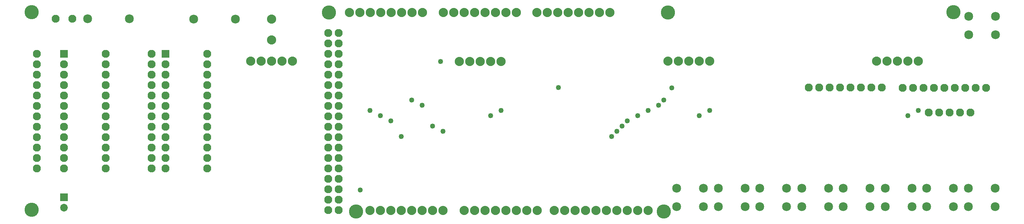
<source format=gbs>
G04 MADE WITH FRITZING*
G04 WWW.FRITZING.ORG*
G04 DOUBLE SIDED*
G04 HOLES PLATED*
G04 CONTOUR ON CENTER OF CONTOUR VECTOR*
%ASAXBY*%
%FSLAX23Y23*%
%MOIN*%
%OFA0B0*%
%SFA1.0B1.0*%
%ADD10C,0.076929*%
%ADD11C,0.049370*%
%ADD12C,0.135984*%
%ADD13C,0.072992*%
%ADD14C,0.085000*%
%ADD15C,0.076000*%
%ADD16C,0.088000*%
%ADD17R,0.076929X0.076929*%
%ADD18R,0.072992X0.072992*%
%LNMASK0*%
G90*
G70*
G54D10*
X7550Y1275D03*
X7650Y1275D03*
X7750Y1275D03*
X7850Y1275D03*
X7950Y1275D03*
X8050Y1275D03*
X8150Y1275D03*
X8250Y1275D03*
X7550Y1275D03*
X7650Y1275D03*
X7750Y1275D03*
X7850Y1275D03*
X7950Y1275D03*
X8050Y1275D03*
X8150Y1275D03*
X8250Y1275D03*
G54D11*
X6110Y1107D03*
X6160Y1157D03*
X3746Y1157D03*
X3846Y1106D03*
G54D10*
X8701Y1037D03*
X8801Y1037D03*
X8901Y1037D03*
X9001Y1037D03*
X9101Y1037D03*
X8701Y1037D03*
X8801Y1037D03*
X8901Y1037D03*
X9001Y1037D03*
X9101Y1037D03*
G54D11*
X4022Y1527D03*
X3250Y293D03*
G54D12*
X100Y1998D03*
X101Y102D03*
X8937Y1998D03*
G54D10*
X410Y1598D03*
X810Y1598D03*
X410Y1498D03*
X810Y1498D03*
X410Y1398D03*
X810Y1398D03*
X410Y1298D03*
X810Y1298D03*
X410Y1198D03*
X810Y1198D03*
X410Y1098D03*
X810Y1098D03*
X410Y998D03*
X810Y998D03*
X410Y898D03*
X810Y898D03*
X410Y798D03*
X810Y798D03*
X410Y698D03*
X810Y698D03*
X410Y598D03*
X810Y598D03*
X410Y498D03*
X810Y498D03*
X1385Y1598D03*
X1785Y1598D03*
X1385Y1498D03*
X1785Y1498D03*
X1385Y1398D03*
X1785Y1398D03*
X1385Y1298D03*
X1785Y1298D03*
X1385Y1198D03*
X1785Y1198D03*
X1385Y1098D03*
X1785Y1098D03*
X1385Y998D03*
X1785Y998D03*
X1385Y898D03*
X1785Y898D03*
X1385Y798D03*
X1785Y798D03*
X1385Y698D03*
X1785Y698D03*
X1385Y598D03*
X1785Y598D03*
X1385Y498D03*
X1785Y498D03*
G54D13*
X410Y222D03*
X410Y123D03*
G54D14*
X9340Y1782D03*
X9084Y1782D03*
X9340Y1959D03*
X9084Y1959D03*
G54D15*
X332Y1935D03*
X490Y1935D03*
X332Y1935D03*
X490Y1935D03*
X332Y1935D03*
X490Y1935D03*
G54D14*
X637Y1935D03*
X1037Y1935D03*
X637Y1935D03*
X1037Y1935D03*
G54D10*
X8451Y1274D03*
X8551Y1274D03*
X8651Y1274D03*
X8751Y1274D03*
X8851Y1274D03*
X8951Y1274D03*
X9051Y1274D03*
X9151Y1274D03*
X9251Y1274D03*
X8451Y1274D03*
X8551Y1274D03*
X8651Y1274D03*
X8751Y1274D03*
X8851Y1274D03*
X8951Y1274D03*
X9051Y1274D03*
X9151Y1274D03*
X9251Y1274D03*
G54D11*
X5910Y1007D03*
X6010Y1056D03*
X6502Y1006D03*
X6602Y1057D03*
X8602Y1056D03*
X8502Y1006D03*
X4602Y1056D03*
X4502Y1006D03*
X3346Y1056D03*
X3446Y1006D03*
X5760Y906D03*
X5710Y856D03*
X5810Y956D03*
X5661Y807D03*
X3546Y956D03*
X3646Y807D03*
X3946Y906D03*
X4046Y856D03*
G54D10*
X1250Y1598D03*
X1250Y1498D03*
X1250Y1398D03*
X1250Y1298D03*
X1250Y1198D03*
X1250Y1098D03*
X1250Y998D03*
X1250Y898D03*
X1250Y798D03*
X1250Y698D03*
X1250Y598D03*
X1250Y498D03*
X150Y1598D03*
X150Y1498D03*
X150Y1398D03*
X150Y1298D03*
X150Y1198D03*
X150Y1098D03*
X150Y998D03*
X150Y898D03*
X150Y798D03*
X150Y698D03*
X150Y598D03*
X150Y498D03*
G54D16*
X8202Y1528D03*
X8302Y1528D03*
X8402Y1528D03*
X8502Y1528D03*
X8602Y1528D03*
X6202Y1528D03*
X6302Y1528D03*
X6402Y1528D03*
X6502Y1528D03*
X6602Y1528D03*
X4202Y1527D03*
X4302Y1527D03*
X4402Y1527D03*
X4502Y1527D03*
X4602Y1527D03*
X2201Y1528D03*
X2301Y1528D03*
X2401Y1528D03*
X2501Y1528D03*
X2601Y1528D03*
G54D10*
X3045Y98D03*
X3045Y198D03*
X3045Y298D03*
X3045Y398D03*
X3045Y498D03*
X3045Y598D03*
X3045Y698D03*
X3045Y798D03*
X3045Y898D03*
X3045Y998D03*
X3045Y1098D03*
X3045Y1198D03*
X3045Y1298D03*
X3045Y1398D03*
X3045Y1498D03*
X3045Y1598D03*
X3045Y1698D03*
X3045Y1798D03*
X3045Y98D03*
X3045Y198D03*
X3045Y298D03*
X3045Y398D03*
X3045Y498D03*
X3045Y598D03*
X3045Y698D03*
X3045Y798D03*
X3045Y898D03*
X3045Y998D03*
X3045Y1098D03*
X3045Y1198D03*
X3045Y1298D03*
X3045Y1398D03*
X3045Y1498D03*
X3045Y1598D03*
X3045Y1698D03*
X3045Y1798D03*
X2945Y1798D03*
X2945Y1698D03*
X2945Y1598D03*
X2945Y1498D03*
X2945Y1398D03*
X2945Y1298D03*
X2945Y1198D03*
X2945Y1098D03*
X2945Y998D03*
X2945Y898D03*
X2945Y798D03*
X2945Y698D03*
X2945Y598D03*
X2945Y498D03*
X2945Y398D03*
X2945Y298D03*
X2945Y198D03*
X2945Y98D03*
G54D16*
X3848Y1996D03*
X3748Y1996D03*
X3648Y1996D03*
X3548Y1996D03*
X3448Y1996D03*
X3348Y1996D03*
X3248Y1996D03*
X3148Y1996D03*
X4747Y1996D03*
X4647Y1996D03*
X4547Y1996D03*
X4447Y1996D03*
X4347Y1996D03*
X4247Y1996D03*
X4147Y1996D03*
X4047Y1996D03*
X5645Y1996D03*
X5545Y1996D03*
X5445Y1996D03*
X5345Y1996D03*
X5245Y1996D03*
X5145Y1996D03*
X5045Y1996D03*
X4945Y1996D03*
X4046Y96D03*
X3946Y96D03*
X3846Y96D03*
X3746Y96D03*
X3646Y96D03*
X3546Y96D03*
X3446Y96D03*
X3346Y96D03*
X4949Y96D03*
X4849Y96D03*
X4749Y96D03*
X4649Y96D03*
X4549Y96D03*
X4449Y96D03*
X4349Y96D03*
X4249Y96D03*
X6010Y96D03*
X5910Y96D03*
X5810Y96D03*
X5710Y96D03*
X5610Y96D03*
X5510Y96D03*
X5410Y96D03*
X5310Y96D03*
X5210Y96D03*
X5110Y96D03*
G54D12*
X6162Y85D03*
X3210Y85D03*
X2953Y1995D03*
X6201Y1995D03*
G54D14*
X6540Y131D03*
X6284Y131D03*
X6540Y309D03*
X6284Y309D03*
X6940Y131D03*
X6684Y131D03*
X6940Y309D03*
X6684Y309D03*
X7339Y131D03*
X7083Y131D03*
X7339Y309D03*
X7083Y309D03*
X7740Y132D03*
X7484Y132D03*
X7740Y309D03*
X7484Y309D03*
X8139Y132D03*
X7883Y132D03*
X8139Y309D03*
X7883Y309D03*
X8540Y132D03*
X8284Y132D03*
X8540Y309D03*
X8284Y309D03*
X8939Y132D03*
X8683Y132D03*
X8939Y309D03*
X8683Y309D03*
X9339Y132D03*
X9083Y132D03*
X9339Y309D03*
X9083Y309D03*
G54D16*
X2401Y1734D03*
X2401Y1934D03*
X2401Y1734D03*
X2401Y1934D03*
G54D14*
X2056Y1933D03*
X1656Y1933D03*
X2056Y1933D03*
X1656Y1933D03*
G54D11*
X5152Y1275D03*
X6237Y1273D03*
G54D17*
X410Y1598D03*
X1385Y1598D03*
G54D18*
X410Y222D03*
G04 End of Mask0*
M02*
</source>
